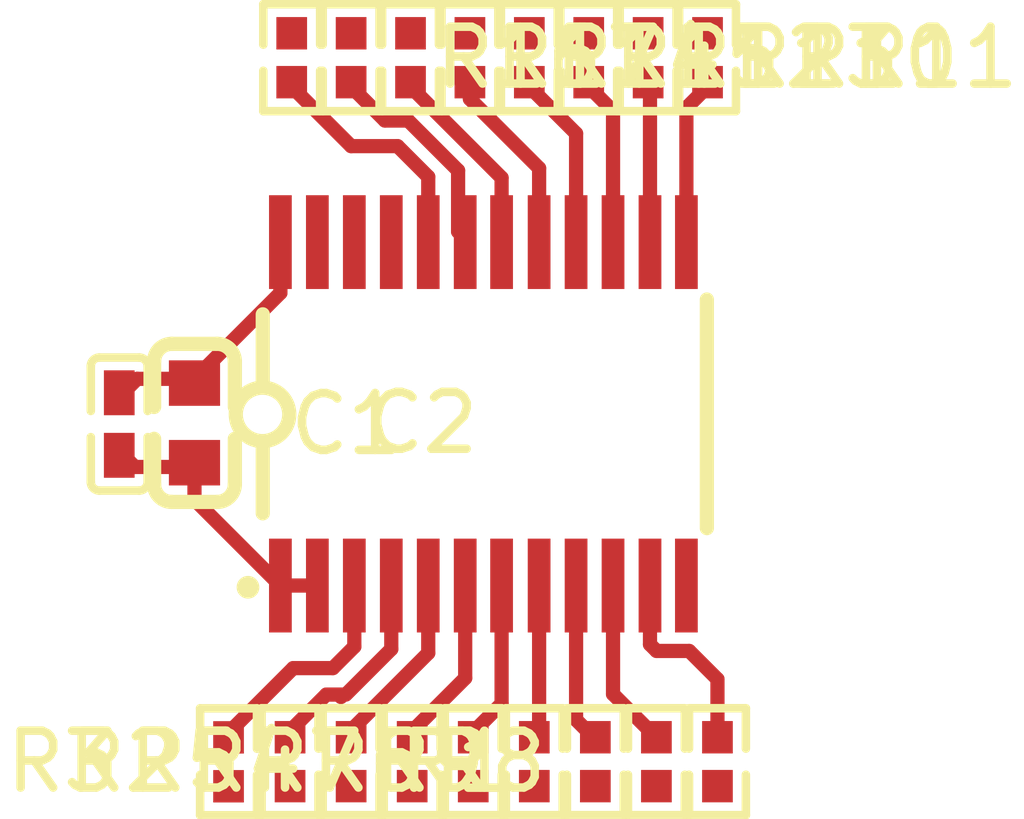
<source format=kicad_pcb>
(kicad_pcb (version 20240108) (generator "pcbnew") (generator_version "8.0")
  (layers (0 "F.Cu" signal) (31 "B.Cu" signal) (34 "B.Paste" user) (35 "F.Paste" user) (36 "B.SilkS" user "B.Silkscreen") (37 "F.SilkS" user "F.Silkscreen") (38 "B.Mask" user) (39 "F.Mask" user) (44 "Edge.Cuts" user))
  (net 0 "")
  (net 1 "SCL")
  (net 2 "line-8")
  (net 3 "line-13")
  (net 4 "gnd")
  (net 5 "line-5")
  (net 6 "SDA")
  (net 7 "hv")
  (net 8 "line-12")
  (net 9 "line-10")
  (net 10 "line")
  (net 11 "line-1")
  (net 12 "line-6")
  (net 13 "line-4")
  (net 14 "line-7")
  (net 15 "line-9")
  (net 16 "line-2")
  (net 17 "line-14")
  (net 18 "line-3")
  (net 19 "line-11")
  (net 20 "line-15")
  (net 21 "line-16")
  (footprint "atopile:R0402-56259e" (layer "F.Cu") (at 193.518093 58.289552 -90)
    (property "Reference" "R1" (hide yes))
    (property "Value" "10kΩ ±1% 62.5mW" (hide yes))
    (fp_line (start -0.94 0.5) (end -0.94 -0.5) (stroke (width 0.15)) (layer "F.SilkS"))
    (fp_line (start -0.23 0.5) (end -0.94 0.5) (stroke (width 0.15)) (layer "F.SilkS"))
    (fp_line (start 0.23 0.5) (end 0.94 0.5) (stroke (width 0.15)) (layer "F.SilkS"))
    (fp_line (start 0.94 0.5) (end 0.94 -0.5) (stroke (width 0.15)) (layer "F.SilkS"))
    (fp_line (start -0.94 -0.5) (end -0.23 -0.5) (stroke (width 0.15)) (layer "F.SilkS"))
    (fp_line (start 0.94 -0.5) (end 0.23 -0.5) (stroke (width 0.15)) (layer "F.SilkS"))
    (fp_text user "${REFERENCE}" (at 0 -4 0) (layer "F.SilkS"))
    (pad "1" smd rect (at -0.43 0 270) (size 0.57 0.54) (layers "F.Cu" "F.Paste" "F.Mask") (net 3 "line-13"))
    (pad "2" smd rect (at 0.43 0 270) (size 0.57 0.54) (layers "F.Cu" "F.Paste" "F.Mask") (net 7 "hv"))
  )
  (footprint "atopile:R0402-56259e" (layer "F.Cu") (at 197.763033 45.907076 -90)
    (property "Reference" "R15" (hide yes))
    (property "Value" "10kΩ ±1% 62.5mW" (hide yes))
    (fp_line (start -0.94 0.5) (end -0.94 -0.5) (stroke (width 0.15)) (layer "F.SilkS"))
    (fp_line (start -0.23 0.5) (end -0.94 0.5) (stroke (width 0.15)) (layer "F.SilkS"))
    (fp_line (start 0.23 0.5) (end 0.94 0.5) (stroke (width 0.15)) (layer "F.SilkS"))
    (fp_line (start 0.94 0.5) (end 0.94 -0.5) (stroke (width 0.15)) (layer "F.SilkS"))
    (fp_line (start -0.94 -0.5) (end -0.23 -0.5) (stroke (width 0.15)) (layer "F.SilkS"))
    (fp_line (start 0.94 -0.5) (end 0.23 -0.5) (stroke (width 0.15)) (layer "F.SilkS"))
    (fp_text user "${REFERENCE}" (at 0 -4 0) (layer "F.SilkS"))
    (pad "1" smd rect (at -0.43 0 270) (size 0.57 0.54) (layers "F.Cu" "F.Paste" "F.Mask") (net 18 "line-3"))
    (pad "2" smd rect (at 0.43 0 270) (size 0.57 0.54) (layers "F.Cu" "F.Paste" "F.Mask") (net 7 "hv"))
  )
  (footprint "atopile:R0402-56259e" (layer "F.Cu") (at 194.628912 45.907076 -90)
    (property "Reference" "R16" (hide yes))
    (property "Value" "10kΩ ±1% 62.5mW" (hide yes))
    (fp_line (start -0.94 0.5) (end -0.94 -0.5) (stroke (width 0.15)) (layer "F.SilkS"))
    (fp_line (start -0.23 0.5) (end -0.94 0.5) (stroke (width 0.15)) (layer "F.SilkS"))
    (fp_line (start 0.23 0.5) (end 0.94 0.5) (stroke (width 0.15)) (layer "F.SilkS"))
    (fp_line (start 0.94 0.5) (end 0.94 -0.5) (stroke (width 0.15)) (layer "F.SilkS"))
    (fp_line (start -0.94 -0.5) (end -0.23 -0.5) (stroke (width 0.15)) (layer "F.SilkS"))
    (fp_line (start 0.94 -0.5) (end 0.23 -0.5) (stroke (width 0.15)) (layer "F.SilkS"))
    (fp_text user "${REFERENCE}" (at 0 -4 0) (layer "F.SilkS"))
    (pad "1" smd rect (at -0.43 0 270) (size 0.57 0.54) (layers "F.Cu" "F.Paste" "F.Mask") (net 5 "line-5"))
    (pad "2" smd rect (at 0.43 0 270) (size 0.57 0.54) (layers "F.Cu" "F.Paste" "F.Mask") (net 7 "hv"))
  )
  (footprint "atopile:R0402-56259e" (layer "F.Cu") (at 197.821241 58.287358 90)
    (property "Reference" "R4" (hide yes))
    (property "Value" "10kΩ ±1% 62.5mW" (hide yes))
    (fp_line (start 0.94 -0.5) (end 0.23 -0.5) (stroke (width 0.15)) (layer "F.SilkS"))
    (fp_line (start -0.94 -0.5) (end -0.23 -0.5) (stroke (width 0.15)) (layer "F.SilkS"))
    (fp_line (start 0.94 0.5) (end 0.94 -0.5) (stroke (width 0.15)) (layer "F.SilkS"))
    (fp_line (start 0.23 0.5) (end 0.94 0.5) (stroke (width 0.15)) (layer "F.SilkS"))
    (fp_line (start -0.23 0.5) (end -0.94 0.5) (stroke (width 0.15)) (layer "F.SilkS"))
    (fp_line (start -0.94 0.5) (end -0.94 -0.5) (stroke (width 0.15)) (layer "F.SilkS"))
    (fp_text user "${REFERENCE}" (at 0 -4 0) (layer "F.SilkS"))
    (pad "1" smd rect (at -0.43 0 90) (size 0.57 0.54) (layers "F.Cu" "F.Paste" "F.Mask") (net 8 "line-12"))
    (pad "2" smd rect (at 0.43 0 90) (size 0.57 0.54) (layers "F.Cu" "F.Paste" "F.Mask") (net 7 "hv"))
  )
  (footprint "atopile:R0402-56259e" (layer "F.Cu") (at 196.747475 58.287358 90)
    (property "Reference" "R5" (hide yes))
    (property "Value" "10kΩ ±1% 62.5mW" (hide yes))
    (fp_line (start 0.94 -0.5) (end 0.23 -0.5) (stroke (width 0.15)) (layer "F.SilkS"))
    (fp_line (start -0.94 -0.5) (end -0.23 -0.5) (stroke (width 0.15)) (layer "F.SilkS"))
    (fp_line (start 0.94 0.5) (end 0.94 -0.5) (stroke (width 0.15)) (layer "F.SilkS"))
    (fp_line (start 0.23 0.5) (end 0.94 0.5) (stroke (width 0.15)) (layer "F.SilkS"))
    (fp_line (start -0.23 0.5) (end -0.94 0.5) (stroke (width 0.15)) (layer "F.SilkS"))
    (fp_line (start -0.94 0.5) (end -0.94 -0.5) (stroke (width 0.15)) (layer "F.SilkS"))
    (fp_text user "${REFERENCE}" (at 0 -4 0) (layer "F.SilkS"))
    (pad "1" smd rect (at -0.43 0 90) (size 0.57 0.54) (layers "F.Cu" "F.Paste" "F.Mask") (net 11 "line-1"))
    (pad "2" smd rect (at 0.43 0 90) (size 0.57 0.54) (layers "F.Cu" "F.Paste" "F.Mask") (net 7 "hv"))
  )
  (footprint "atopile:C0603-bd72f6" (layer "F.Cu") (at 192.91898 52.329291 -90)
    (property "Reference" "C2" (hide yes))
    (property "Value" "2.2µF ±10% 16V X5R" (hide yes))
    (fp_line (start -0.28 0.71) (end -1.08 0.71) (stroke (width 0.25)) (layer "F.SilkS"))
    (fp_line (start 0.28 0.71) (end 1.08 0.71) (stroke (width 0.25)) (layer "F.SilkS"))
    (fp_line (start -1.39 0.4) (end -1.39 -0.4) (stroke (width 0.25)) (layer "F.SilkS"))
    (fp_line (start 1.39 -0.4) (end 1.39 0.4) (stroke (width 0.25)) (layer "F.SilkS"))
    (fp_line (start -0.28 -0.71) (end -1.08 -0.71) (stroke (width 0.25)) (layer "F.SilkS"))
    (fp_line (start 0.28 -0.71) (end 1.08 -0.71) (stroke (width 0.25)) (layer "F.SilkS"))
    (fp_arc (start -1.08 0.71) (mid -1.299203 0.619203) (end -1.39 0.4) (stroke (width 0.25)) (layer "F.SilkS"))
    (fp_arc (start 1.39 0.4) (mid 1.299203 0.619203) (end 1.08 0.71) (stroke (width 0.25)) (layer "F.SilkS"))
    (fp_arc (start -1.39 -0.4) (mid -1.299203 -0.619203) (end -1.08 -0.71) (stroke (width 0.25)) (layer "F.SilkS"))
    (fp_arc (start 1.08 -0.71) (mid 1.299203 -0.619203) (end 1.39 -0.4) (stroke (width 0.25)) (layer "F.SilkS"))
    (fp_text user "${REFERENCE}" (at 0 -4 0) (layer "F.SilkS"))
    (pad "1" smd rect (at -0.7 0 270) (size 0.8 0.9) (layers "F.Cu" "F.Paste" "F.Mask") (net 7 "hv"))
    (pad "2" smd rect (at 0.7 0 270) (size 0.8 0.9) (layers "F.Cu" "F.Paste" "F.Mask") (net 4 "gnd"))
  )
  (footprint "atopile:R0402-56259e" (layer "F.Cu") (at 202.116307 58.287358 90)
    (property "Reference" "R8" (hide yes))
    (property "Value" "10kΩ ±1% 62.5mW" (hide yes))
    (fp_line (start 0.94 -0.5) (end 0.23 -0.5) (stroke (width 0.15)) (layer "F.SilkS"))
    (fp_line (start -0.94 -0.5) (end -0.23 -0.5) (stroke (width 0.15)) (layer "F.SilkS"))
    (fp_line (start 0.94 0.5) (end 0.94 -0.5) (stroke (width 0.15)) (layer "F.SilkS"))
    (fp_line (start 0.23 0.5) (end 0.94 0.5) (stroke (width 0.15)) (layer "F.SilkS"))
    (fp_line (start -0.23 0.5) (end -0.94 0.5) (stroke (width 0.15)) (layer "F.SilkS"))
    (fp_line (start -0.94 0.5) (end -0.94 -0.5) (stroke (width 0.15)) (layer "F.SilkS"))
    (fp_text user "${REFERENCE}" (at 0 -4 0) (layer "F.SilkS"))
    (pad "1" smd rect (at -0.43 0 90) (size 0.57 0.54) (layers "F.Cu" "F.Paste" "F.Mask") (net 19 "line-11"))
    (pad "2" smd rect (at 0.43 0 90) (size 0.57 0.54) (layers "F.Cu" "F.Paste" "F.Mask") (net 7 "hv"))
  )
  (footprint "atopile:R0402-56259e" (layer "F.Cu") (at 201.941863 45.907076 -90)
    (property "Reference" "R11" (hide yes))
    (property "Value" "10kΩ ±1% 62.5mW" (hide yes))
    (fp_line (start -0.94 0.5) (end -0.94 -0.5) (stroke (width 0.15)) (layer "F.SilkS"))
    (fp_line (start -0.23 0.5) (end -0.94 0.5) (stroke (width 0.15)) (layer "F.SilkS"))
    (fp_line (start 0.23 0.5) (end 0.94 0.5) (stroke (width 0.15)) (layer "F.SilkS"))
    (fp_line (start 0.94 0.5) (end 0.94 -0.5) (stroke (width 0.15)) (layer "F.SilkS"))
    (fp_line (start -0.94 -0.5) (end -0.23 -0.5) (stroke (width 0.15)) (layer "F.SilkS"))
    (fp_line (start 0.94 -0.5) (end 0.23 -0.5) (stroke (width 0.15)) (layer "F.SilkS"))
    (fp_text user "${REFERENCE}" (at 0 -4 0) (layer "F.SilkS"))
    (pad "1" smd rect (at -0.43 0 270) (size 0.57 0.54) (layers "F.Cu" "F.Paste" "F.Mask") (net 2 "line-8"))
    (pad "2" smd rect (at 0.43 0 270) (size 0.57 0.54) (layers "F.Cu" "F.Paste" "F.Mask") (net 7 "hv"))
  )
  (footprint "atopile:R0402-56259e" (layer "F.Cu") (at 195.673619 45.907076 -90)
    (property "Reference" "R17" (hide yes))
    (property "Value" "10kΩ ±1% 62.5mW" (hide yes))
    (fp_line (start -0.94 0.5) (end -0.94 -0.5) (stroke (width 0.15)) (layer "F.SilkS"))
    (fp_line (start -0.23 0.5) (end -0.94 0.5) (stroke (width 0.15)) (layer "F.SilkS"))
    (fp_line (start 0.23 0.5) (end 0.94 0.5) (stroke (width 0.15)) (layer "F.SilkS"))
    (fp_line (start 0.94 0.5) (end 0.94 -0.5) (stroke (width 0.15)) (layer "F.SilkS"))
    (fp_line (start -0.94 -0.5) (end -0.23 -0.5) (stroke (width 0.15)) (layer "F.SilkS"))
    (fp_line (start 0.94 -0.5) (end 0.23 -0.5) (stroke (width 0.15)) (layer "F.SilkS"))
    (fp_text user "${REFERENCE}" (at 0 -4 0) (layer "F.SilkS"))
    (pad "1" smd rect (at -0.43 0 270) (size 0.57 0.54) (layers "F.Cu" "F.Paste" "F.Mask") (net 20 "line-15"))
    (pad "2" smd rect (at 0.43 0 270) (size 0.57 0.54) (layers "F.Cu" "F.Paste" "F.Mask") (net 7 "hv"))
  )
  (footprint "atopile:R0402-56259e" (layer "F.Cu") (at 199.852447 45.907076 -90)
    (property "Reference" "R13" (hide yes))
    (property "Value" "10kΩ ±1% 62.5mW" (hide yes))
    (fp_line (start -0.94 0.5) (end -0.94 -0.5) (stroke (width 0.15)) (layer "F.SilkS"))
    (fp_line (start -0.23 0.5) (end -0.94 0.5) (stroke (width 0.15)) (layer "F.SilkS"))
    (fp_line (start 0.23 0.5) (end 0.94 0.5) (stroke (width 0.15)) (layer "F.SilkS"))
    (fp_line (start 0.94 0.5) (end 0.94 -0.5) (stroke (width 0.15)) (layer "F.SilkS"))
    (fp_line (start -0.94 -0.5) (end -0.23 -0.5) (stroke (width 0.15)) (layer "F.SilkS"))
    (fp_line (start 0.94 -0.5) (end 0.23 -0.5) (stroke (width 0.15)) (layer "F.SilkS"))
    (fp_text user "${REFERENCE}" (at 0 -4 0) (layer "F.SilkS"))
    (pad "1" smd rect (at -0.43 0 270) (size 0.57 0.54) (layers "F.Cu" "F.Paste" "F.Mask") (net 21 "line-16"))
    (pad "2" smd rect (at 0.43 0 270) (size 0.57 0.54) (layers "F.Cu" "F.Paste" "F.Mask") (net 7 "hv"))
  )
  (footprint "atopile:C0402-b3ef17" (layer "F.Cu") (at 191.596082 52.349702 -90)
    (property "Reference" "C1" (hide yes))
    (property "Value" "100nF ±10% 16V X7R" (hide yes))
    (fp_line (start -0.23 0.5) (end -1.02 0.5) (stroke (width 0.15)) (layer "F.SilkS"))
    (fp_line (start 0.23 0.5) (end 1.02 0.5) (stroke (width 0.15)) (layer "F.SilkS"))
    (fp_line (start -1.17 0.35) (end -1.17 -0.35) (stroke (width 0.15)) (layer "F.SilkS"))
    (fp_line (start 1.17 0.35) (end 1.17 -0.35) (stroke (width 0.15)) (layer "F.SilkS"))
    (fp_line (start -1.02 -0.5) (end -0.23 -0.5) (stroke (width 0.15)) (layer "F.SilkS"))
    (fp_line (start 1.02 -0.5) (end 0.23 -0.5) (stroke (width 0.15)) (layer "F.SilkS"))
    (fp_arc (start -1.02 0.5) (mid -1.126066 0.456066) (end -1.17 0.35) (stroke (width 0.15)) (layer "F.SilkS"))
    (fp_arc (start 1.17 0.35) (mid 1.126066 0.456066) (end 1.02 0.5) (stroke (width 0.15)) (layer "F.SilkS"))
    (fp_arc (start -1.17 -0.35) (mid -1.126066 -0.456066) (end -1.02 -0.5) (stroke (width 0.15)) (layer "F.SilkS"))
    (fp_arc (start 1.02 -0.5) (mid 1.126066 -0.456066) (end 1.17 -0.35) (stroke (width 0.15)) (layer "F.SilkS"))
    (fp_text user "${REFERENCE}" (at 0 -4 0) (layer "F.SilkS"))
    (pad "1" smd rect (at -0.55 0 270) (size 0.79 0.54) (layers "F.Cu" "F.Paste" "F.Mask") (net 7 "hv"))
    (pad "2" smd rect (at 0.55 0 270) (size 0.79 0.54) (layers "F.Cu" "F.Paste" "F.Mask") (net 4 "gnd"))
  )
  (footprint "lib:TSSOP-24_L7.8-W4.4-P0.65-LS6.4-BL" (layer "F.Cu") (at 198 52.17)
    (property "Reference" "U1" (hide yes))
    (property "Value" "" (hide yes))
    (fp_line (start -3.88 -0.48) (end -3.88 -1.75) (stroke (width 0.25)) (layer "F.SilkS"))
    (fp_line (start -3.88 1.75) (end -3.88 0.48) (stroke (width 0.25)) (layer "F.SilkS"))
    (fp_line (start 3.93 -2.01) (end 3.93 2.01) (stroke (width 0.25)) (layer "F.SilkS"))
    (fp_arc (start -3.888203 0.479928) (mid -3.87585 -0.459982) (end -3.88 0.48) (stroke (width 0.25)) (layer "F.SilkS"))
    (fp_circle (center -4.14 3.05) (end -4.04 3.05) (stroke (width 0.2)) (fill none) (layer "F.SilkS"))
    (pad "1" smd rect (at -3.57 3.02) (size 0.4 1.65) (layers "F.Cu" "F.Paste" "F.Mask") (net 4 "gnd"))
    (pad "2" smd rect (at -2.92 3.02) (size 0.4 1.65) (layers "F.Cu" "F.Paste" "F.Mask") (net 4 "gnd"))
    (pad "3" smd rect (at -2.27 3.02) (size 0.4 1.65) (layers "F.Cu" "F.Paste" "F.Mask") (net 3 "line-13"))
    (pad "4" smd rect (at -1.62 3.02) (size 0.4 1.65) (layers "F.Cu" "F.Paste" "F.Mask") (net 13 "line-4"))
    (pad "5" smd rect (at -0.97 3.02) (size 0.4 1.65) (layers "F.Cu" "F.Paste" "F.Mask") (net 17 "line-14"))
    (pad "6" smd rect (at -0.32 3.02) (size 0.4 1.65) (layers "F.Cu" "F.Paste" "F.Mask") (net 11 "line-1"))
    (pad "7" smd rect (at 0.32 3.02) (size 0.4 1.65) (layers "F.Cu" "F.Paste" "F.Mask") (net 8 "line-12"))
    (pad "8" smd rect (at 0.98 3.02) (size 0.4 1.65) (layers "F.Cu" "F.Paste" "F.Mask") (net 14 "line-7"))
    (pad "9" smd rect (at 1.63 3.02) (size 0.4 1.65) (layers "F.Cu" "F.Paste" "F.Mask") (net 15 "line-9"))
    (pad "10" smd rect (at 2.28 3.02) (size 0.4 1.65) (layers "F.Cu" "F.Paste" "F.Mask") (net 12 "line-6"))
    (pad "11" smd rect (at 2.93 3.02) (size 0.4 1.65) (layers "F.Cu" "F.Paste" "F.Mask") (net 19 "line-11"))
    (pad "12" smd rect (at 3.57 3.02) (size 0.4 1.65) (layers "F.Cu" "F.Paste" "F.Mask") (net 4 "gnd"))
    (pad "13" smd rect (at 3.57 -3.02) (size 0.4 1.65) (layers "F.Cu" "F.Paste" "F.Mask") (net 2 "line-8"))
    (pad "14" smd rect (at 2.93 -3.02) (size 0.4 1.65) (layers "F.Cu" "F.Paste" "F.Mask") (net 9 "line-10"))
    (pad "15" smd rect (at 2.28 -3.02) (size 0.4 1.65) (layers "F.Cu" "F.Paste" "F.Mask") (net 21 "line-16"))
    (pad "16" smd rect (at 1.63 -3.02) (size 0.4 1.65) (layers "F.Cu" "F.Paste" "F.Mask") (net 10 "line"))
    (pad "17" smd rect (at 0.98 -3.02) (size 0.4 1.65) (layers "F.Cu" "F.Paste" "F.Mask") (net 18 "line-3"))
    (pad "18" smd rect (at 0.32 -3.02) (size 0.4 1.65) (layers "F.Cu" "F.Paste" "F.Mask") (net 16 "line-2"))
    (pad "19" smd rect (at -0.32 -3.02) (size 0.4 1.65) (layers "F.Cu" "F.Paste" "F.Mask") (net 20 "line-15"))
    (pad "20" smd rect (at -0.97 -3.02) (size 0.4 1.65) (layers "F.Cu" "F.Paste" "F.Mask") (net 5 "line-5"))
    (pad "21" smd rect (at -1.62 -3.02) (size 0.4 1.65) (layers "F.Cu" "F.Paste" "F.Mask") (net 4 "gnd"))
    (pad "22" smd rect (at -2.27 -3.02) (size 0.4 1.65) (layers "F.Cu" "F.Paste" "F.Mask") (net 1 "SCL"))
    (pad "23" smd rect (at -2.92 -3.02) (size 0.4 1.65) (layers "F.Cu" "F.Paste" "F.Mask") (net 6 "SDA"))
    (pad "24" smd rect (at -3.57 -3.02) (size 0.4 1.65) (layers "F.Cu" "F.Paste" "F.Mask") (net 7 "hv"))
  )
  (footprint "atopile:R0402-56259e" (layer "F.Cu") (at 200.897154 45.907076 -90)
    (property "Reference" "R10" (hide yes))
    (property "Value" "10kΩ ±1% 62.5mW" (hide yes))
    (fp_line (start -0.94 0.5) (end -0.94 -0.5) (stroke (width 0.15)) (layer "F.SilkS"))
    (fp_line (start -0.23 0.5) (end -0.94 0.5) (stroke (width 0.15)) (layer "F.SilkS"))
    (fp_line (start 0.23 0.5) (end 0.94 0.5) (stroke (width 0.15)) (layer "F.SilkS"))
    (fp_line (start 0.94 0.5) (end 0.94 -0.5) (stroke (width 0.15)) (layer "F.SilkS"))
    (fp_line (start -0.94 -0.5) (end -0.23 -0.5) (stroke (width 0.15)) (layer "F.SilkS"))
    (fp_line (start 0.94 -0.5) (end 0.23 -0.5) (stroke (width 0.15)) (layer "F.SilkS"))
    (fp_text user "${REFERENCE}" (at 0 -4 0) (layer "F.SilkS"))
    (pad "1" smd rect (at -0.43 0 270) (size 0.57 0.54) (layers "F.Cu" "F.Paste" "F.Mask") (net 9 "line-10"))
    (pad "2" smd rect (at 0.43 0 270) (size 0.57 0.54) (layers "F.Cu" "F.Paste" "F.Mask") (net 7 "hv"))
  )
  (footprint "atopile:R0402-56259e" (layer "F.Cu") (at 198.895007 58.287358 90)
    (property "Reference" "R7" (hide yes))
    (property "Value" "10kΩ ±1% 62.5mW" (hide yes))
    (fp_line (start 0.94 -0.5) (end 0.23 -0.5) (stroke (width 0.15)) (layer "F.SilkS"))
    (fp_line (start -0.94 -0.5) (end -0.23 -0.5) (stroke (width 0.15)) (layer "F.SilkS"))
    (fp_line (start 0.94 0.5) (end 0.94 -0.5) (stroke (width 0.15)) (layer "F.SilkS"))
    (fp_line (start 0.23 0.5) (end 0.94 0.5) (stroke (width 0.15)) (layer "F.SilkS"))
    (fp_line (start -0.23 0.5) (end -0.94 0.5) (stroke (width 0.15)) (layer "F.SilkS"))
    (fp_line (start -0.94 0.5) (end -0.94 -0.5) (stroke (width 0.15)) (layer "F.SilkS"))
    (fp_text user "${REFERENCE}" (at 0 -4 0) (layer "F.SilkS"))
    (pad "1" smd rect (at -0.43 0 90) (size 0.57 0.54) (layers "F.Cu" "F.Paste" "F.Mask") (net 14 "line-7"))
    (pad "2" smd rect (at 0.43 0 90) (size 0.57 0.54) (layers "F.Cu" "F.Paste" "F.Mask") (net 7 "hv"))
  )
  (footprint "atopile:R0402-56259e" (layer "F.Cu") (at 201.042539 58.287358 90)
    (property "Reference" "R9" (hide yes))
    (property "Value" "10kΩ ±1% 62.5mW" (hide yes))
    (fp_line (start 0.94 -0.5) (end 0.23 -0.5) (stroke (width 0.15)) (layer "F.SilkS"))
    (fp_line (start -0.94 -0.5) (end -0.23 -0.5) (stroke (width 0.15)) (layer "F.SilkS"))
    (fp_line (start 0.94 0.5) (end 0.94 -0.5) (stroke (width 0.15)) (layer "F.SilkS"))
    (fp_line (start 0.23 0.5) (end 0.94 0.5) (stroke (width 0.15)) (layer "F.SilkS"))
    (fp_line (start -0.23 0.5) (end -0.94 0.5) (stroke (width 0.15)) (layer "F.SilkS"))
    (fp_line (start -0.94 0.5) (end -0.94 -0.5) (stroke (width 0.15)) (layer "F.SilkS"))
    (fp_text user "${REFERENCE}" (at 0 -4 0) (layer "F.SilkS"))
    (pad "1" smd rect (at -0.43 0 90) (size 0.57 0.54) (layers "F.Cu" "F.Paste" "F.Mask") (net 12 "line-6"))
    (pad "2" smd rect (at 0.43 0 90) (size 0.57 0.54) (layers "F.Cu" "F.Paste" "F.Mask") (net 7 "hv"))
  )
  (footprint "atopile:R0402-56259e" (layer "F.Cu") (at 199.968773 58.287358 90)
    (property "Reference" "R6" (hide yes))
    (property "Value" "10kΩ ±1% 62.5mW" (hide yes))
    (fp_line (start 0.94 -0.5) (end 0.23 -0.5) (stroke (width 0.15)) (layer "F.SilkS"))
    (fp_line (start -0.94 -0.5) (end -0.23 -0.5) (stroke (width 0.15)) (layer "F.SilkS"))
    (fp_line (start 0.94 0.5) (end 0.94 -0.5) (stroke (width 0.15)) (layer "F.SilkS"))
    (fp_line (start 0.23 0.5) (end 0.94 0.5) (stroke (width 0.15)) (layer "F.SilkS"))
    (fp_line (start -0.23 0.5) (end -0.94 0.5) (stroke (width 0.15)) (layer "F.SilkS"))
    (fp_line (start -0.94 0.5) (end -0.94 -0.5) (stroke (width 0.15)) (layer "F.SilkS"))
    (fp_text user "${REFERENCE}" (at 0 -4 0) (layer "F.SilkS"))
    (pad "1" smd rect (at -0.43 0 90) (size 0.57 0.54) (layers "F.Cu" "F.Paste" "F.Mask") (net 15 "line-9"))
    (pad "2" smd rect (at 0.43 0 90) (size 0.57 0.54) (layers "F.Cu" "F.Paste" "F.Mask") (net 7 "hv"))
  )
  (footprint "atopile:R0402-56259e" (layer "F.Cu") (at 198.80774 45.907076 -90)
    (property "Reference" "R12" (hide yes))
    (property "Value" "10kΩ ±1% 62.5mW" (hide yes))
    (fp_line (start -0.94 0.5) (end -0.94 -0.5) (stroke (width 0.15)) (layer "F.SilkS"))
    (fp_line (start -0.23 0.5) (end -0.94 0.5) (stroke (width 0.15)) (layer "F.SilkS"))
    (fp_line (start 0.23 0.5) (end 0.94 0.5) (stroke (width 0.15)) (layer "F.SilkS"))
    (fp_line (start 0.94 0.5) (end 0.94 -0.5) (stroke (width 0.15)) (layer "F.SilkS"))
    (fp_line (start -0.94 -0.5) (end -0.23 -0.5) (stroke (width 0.15)) (layer "F.SilkS"))
    (fp_line (start 0.94 -0.5) (end 0.23 -0.5) (stroke (width 0.15)) (layer "F.SilkS"))
    (fp_text user "${REFERENCE}" (at 0 -4 0) (layer "F.SilkS"))
    (pad "1" smd rect (at -0.43 0 270) (size 0.57 0.54) (layers "F.Cu" "F.Paste" "F.Mask") (net 10 "line"))
    (pad "2" smd rect (at 0.43 0 270) (size 0.57 0.54) (layers "F.Cu" "F.Paste" "F.Mask") (net 7 "hv"))
  )
  (footprint "atopile:R0402-56259e" (layer "F.Cu") (at 196.718326 45.907076 -90)
    (property "Reference" "R14" (hide yes))
    (property "Value" "10kΩ ±1% 62.5mW" (hide yes))
    (fp_line (start -0.94 0.5) (end -0.94 -0.5) (stroke (width 0.15)) (layer "F.SilkS"))
    (fp_line (start -0.23 0.5) (end -0.94 0.5) (stroke (width 0.15)) (layer "F.SilkS"))
    (fp_line (start 0.23 0.5) (end 0.94 0.5) (stroke (width 0.15)) (layer "F.SilkS"))
    (fp_line (start 0.94 0.5) (end 0.94 -0.5) (stroke (width 0.15)) (layer "F.SilkS"))
    (fp_line (start -0.94 -0.5) (end -0.23 -0.5) (stroke (width 0.15)) (layer "F.SilkS"))
    (fp_line (start 0.94 -0.5) (end 0.23 -0.5) (stroke (width 0.15)) (layer "F.SilkS"))
    (fp_text user "${REFERENCE}" (at 0 -4 0) (layer "F.SilkS"))
    (pad "1" smd rect (at -0.43 0 270) (size 0.57 0.54) (layers "F.Cu" "F.Paste" "F.Mask") (net 16 "line-2"))
    (pad "2" smd rect (at 0.43 0 270) (size 0.57 0.54) (layers "F.Cu" "F.Paste" "F.Mask") (net 7 "hv"))
  )
  (footprint "atopile:R0402-56259e" (layer "F.Cu") (at 195.673709 58.287358 90)
    (property "Reference" "R2" (hide yes))
    (property "Value" "10kΩ ±1% 62.5mW" (hide yes))
    (fp_line (start 0.94 -0.5) (end 0.23 -0.5) (stroke (width 0.15)) (layer "F.SilkS"))
    (fp_line (start -0.94 -0.5) (end -0.23 -0.5) (stroke (width 0.15)) (layer "F.SilkS"))
    (fp_line (start 0.94 0.5) (end 0.94 -0.5) (stroke (width 0.15)) (layer "F.SilkS"))
    (fp_line (start 0.23 0.5) (end 0.94 0.5) (stroke (width 0.15)) (layer "F.SilkS"))
    (fp_line (start -0.23 0.5) (end -0.94 0.5) (stroke (width 0.15)) (layer "F.SilkS"))
    (fp_line (start -0.94 0.5) (end -0.94 -0.5) (stroke (width 0.15)) (layer "F.SilkS"))
    (fp_text user "${REFERENCE}" (at 0 -4 0) (layer "F.SilkS"))
    (pad "1" smd rect (at -0.43 0 90) (size 0.57 0.54) (layers "F.Cu" "F.Paste" "F.Mask") (net 17 "line-14"))
    (pad "2" smd rect (at 0.43 0 90) (size 0.57 0.54) (layers "F.Cu" "F.Paste" "F.Mask") (net 7 "hv"))
  )
  (footprint "atopile:R0402-56259e" (layer "F.Cu") (at 194.599943 58.287358 90)
    (property "Reference" "R3" (hide yes))
    (property "Value" "10kΩ ±1% 62.5mW" (hide yes))
    (fp_line (start 0.94 -0.5) (end 0.23 -0.5) (stroke (width 0.15)) (layer "F.SilkS"))
    (fp_line (start -0.94 -0.5) (end -0.23 -0.5) (stroke (width 0.15)) (layer "F.SilkS"))
    (fp_line (start 0.94 0.5) (end 0.94 -0.5) (stroke (width 0.15)) (layer "F.SilkS"))
    (fp_line (start 0.23 0.5) (end 0.94 0.5) (stroke (width 0.15)) (layer "F.SilkS"))
    (fp_line (start -0.23 0.5) (end -0.94 0.5) (stroke (width 0.15)) (layer "F.SilkS"))
    (fp_line (start -0.94 0.5) (end -0.94 -0.5) (stroke (width 0.15)) (layer "F.SilkS"))
    (fp_text user "${REFERENCE}" (at 0 -4 0) (layer "F.SilkS"))
    (pad "1" smd rect (at -0.43 0 90) (size 0.57 0.54) (layers "F.Cu" "F.Paste" "F.Mask") (net 13 "line-4"))
    (pad "2" smd rect (at 0.43 0 90) (size 0.57 0.54) (layers "F.Cu" "F.Paste" "F.Mask") (net 7 "hv"))
  )
  (segment (start 197.03 48.001542) (end 197.03 49.15) (width 0.25) (layer "F.Cu") (net 0))
  (segment (start 198.837849 57.83387) (end 198.98 57.691719) (width 0.25) (layer "F.Cu") (net 0))
  (segment (start 202.116307 57.777358) (end 202.116307 56.83701) (width 0.25) (layer "F.Cu") (net 0))
  (segment (start 202.116307 56.83701) (end 201.619297 56.34) (width 0.25) (layer "F.Cu") (net 0))
  (segment (start 196.38 55.19) (end 196.38 56.3075) (width 0.25) (layer "F.Cu") (net 0))
  (segment (start 195.5375 57.1075) (end 195.495 57.15) (width 0.25) (layer "F.Cu") (net 0))
  (segment (start 201.619297 56.34) (end 201.045 56.34) (width 0.25) (layer "F.Cu") (net 0))
  (segment (start 195.673912 47.462076) (end 196.490534 47.462076) (width 0.25) (layer "F.Cu") (net 0))
  (segment (start 201.009565 57.829281) (end 200.28 57.099716) (width 0.25) (layer "F.Cu") (net 0))
  (segment (start 194.628912 46.417076) (end 195.673912 47.462076) (width 0.25) (layer "F.Cu") (net 0))
  (segment (start 199.63 57.550845) (end 199.63 55.19) (width 0.25) (layer "F.Cu") (net 0))
  (segment (start 195.23754 57.1075) (end 195.5375 57.1075) (width 0.25) (layer "F.Cu") (net 0))
  (segment (start 196.490534 47.462076) (end 197.03 48.001542) (width 0.25) (layer "F.Cu") (net 0))
  (segment (start 194.599943 57.745097) (end 195.23754 57.1075) (width 0.25) (layer "F.Cu") (net 0))
  (segment (start 197.68 56.817269) (end 196.719911 57.777358) (width 0.25) (layer "F.Cu") (net 0))
  (segment (start 199.924836 57.845681) (end 199.63 57.550845) (width 0.25) (layer "F.Cu") (net 0))
  (segment (start 198.98 57.691719) (end 198.98 55.19) (width 0.25) (layer "F.Cu") (net 0))
  (segment (start 200.28 46.844629) (end 200.28 49.15) (width 0.25) (layer "F.Cu") (net 0))
  (segment (start 200.897154 46.417076) (end 200.93 46.449922) (width 0.25) (layer "F.Cu") (net 0))
  (segment (start 201.045 56.34) (end 200.93 56.225) (width 0.25) (layer "F.Cu") (net 0))
  (segment (start 200.93 56.225) (end 200.93 55.19) (width 0.25) (layer "F.Cu") (net 0))
  (segment (start 199.852447 46.417076) (end 200.28 46.844629) (width 0.25) (layer "F.Cu") (net 0))
  (segment (start 198.32 48.01875) (end 198.32 49.15) (width 0.25) (layer "F.Cu") (net 0))
  (segment (start 200.28 57.099716) (end 200.28 55.19) (width 0.25) (layer "F.Cu") (net 0))
  (segment (start 197.68 55.19) (end 197.68 56.817269) (width 0.25) (layer "F.Cu") (net 0))
  (segment (start 196.718326 46.417076) (end 198.32 48.01875) (width 0.25) (layer "F.Cu") (net 0))
  (segment (start 200.93 46.449922) (end 200.93 49.15) (width 0.25) (layer "F.Cu") (net 0))
  (segment (start 196.38 56.3075) (end 195.58 57.1075) (width 0.25) (layer "F.Cu") (net 0))
  (segment (start 197.555 47.890146) (end 196.67693 47.012076) (width 0.25) (layer "F.Cu") (net 2))
  (segment (start 197.555 48.965) (end 197.555 47.890146) (width 0.25) (layer "F.Cu") (net 2))
  (segment (start 197.68 49.15) (end 197.74 49.15) (width 0.25) (layer "F.Cu") (net 2))
  (segment (start 197.74 49.15) (end 197.555 48.965) (width 0.25) (layer "F.Cu") (net 2))
  (segment (start 196.67693 47.012076) (end 196.268619 47.012076) (width 0.25) (layer "F.Cu") (net 2))
  (segment (start 196.268619 47.012076) (end 195.673619 46.417076) (width 0.25) (layer "F.Cu") (net 2))
  (segment (start 201.57 46.788939) (end 201.57 49.15) (width 0.25) (layer "F.Cu") (net 3))
  (segment (start 201.941863 46.417076) (end 201.57 46.788939) (width 0.25) (layer "F.Cu") (net 3))
  (segment (start 195.73 55.19) (end 195.73 56.265) (width 0.25) (layer "F.Cu") (net 3))
  (segment (start 195.73 56.265) (end 195.353 56.642) (width 0.25) (layer "F.Cu") (net 3))
  (segment (start 195.353 56.642) (end 194.655645 56.642) (width 0.25) (layer "F.Cu") (net 3))
  (segment (start 194.655645 56.642) (end 193.518093 57.779552) (width 0.25) (layer "F.Cu") (net 3))
  (segment (start 195.08 55.19) (end 194.43 55.19) (width 0.25) (layer "F.Cu") (net 4))
  (segment (start 192.91898 53.104291) (end 191.870671 53.104291) (width 0.25) (layer "F.Cu") (net 4))
  (segment (start 191.870671 53.104291) (end 191.596082 52.829702) (width 0.25) (layer "F.Cu") (net 4))
  (segment (start 192.91898 53.67898) (end 194.43 55.19) (width 0.25) (layer "F.Cu") (net 4))
  (segment (start 192.91898 53.104291) (end 192.91898 53.67898) (width 0.25) (layer "F.Cu") (net 4))
  (segment (start 198.80774 46.417076) (end 199.63 47.239336) (width 0.25) (layer "F.Cu") (net 5))
  (segment (start 199.63 47.239336) (end 199.63 49.15) (width 0.25) (layer "F.Cu") (net 5))
  (segment (start 191.911493 51.554291) (end 191.596082 51.869702) (width 0.25) (layer "F.Cu") (net 7))
  (segment (start 194.43 50.043271) (end 192.91898 51.554291) (width 0.25) (layer "F.Cu") (net 7))
  (segment (start 192.91898 51.554291) (end 191.911493 51.554291) (width 0.25) (layer "F.Cu") (net 7))
  (segment (start 194.43 49.15) (end 194.43 50.043271) (width 0.25) (layer "F.Cu") (net 7))
  (segment (start 198.32 57.267112) (end 198.32 55.19) (width 0.25) (layer "F.Cu") (net 8))
  (segment (start 197.779896 57.807216) (end 198.32 57.267112) (width 0.25) (layer "F.Cu") (net 8))
  (segment (start 198.98 47.85) (end 198.98 49.15) (width 0.25) (layer "F.Cu") (net 9))
  (segment (start 197.763033 46.417076) (end 197.763033 46.633033) (width 0.25) (layer "F.Cu") (net 9))
  (segment (start 197.763033 46.633033) (end 198.98 47.85) (width 0.25) (layer "F.Cu") (net 9))
  (segment (start 197.03 56.377426) (end 195.659927 57.747499) (width 0.25) (layer "F.Cu") (net 10))
  (segment (start 197.03 55.19) (end 197.03 56.377426) (width 0.25) (layer "F.Cu") (net 10))
)
</source>
